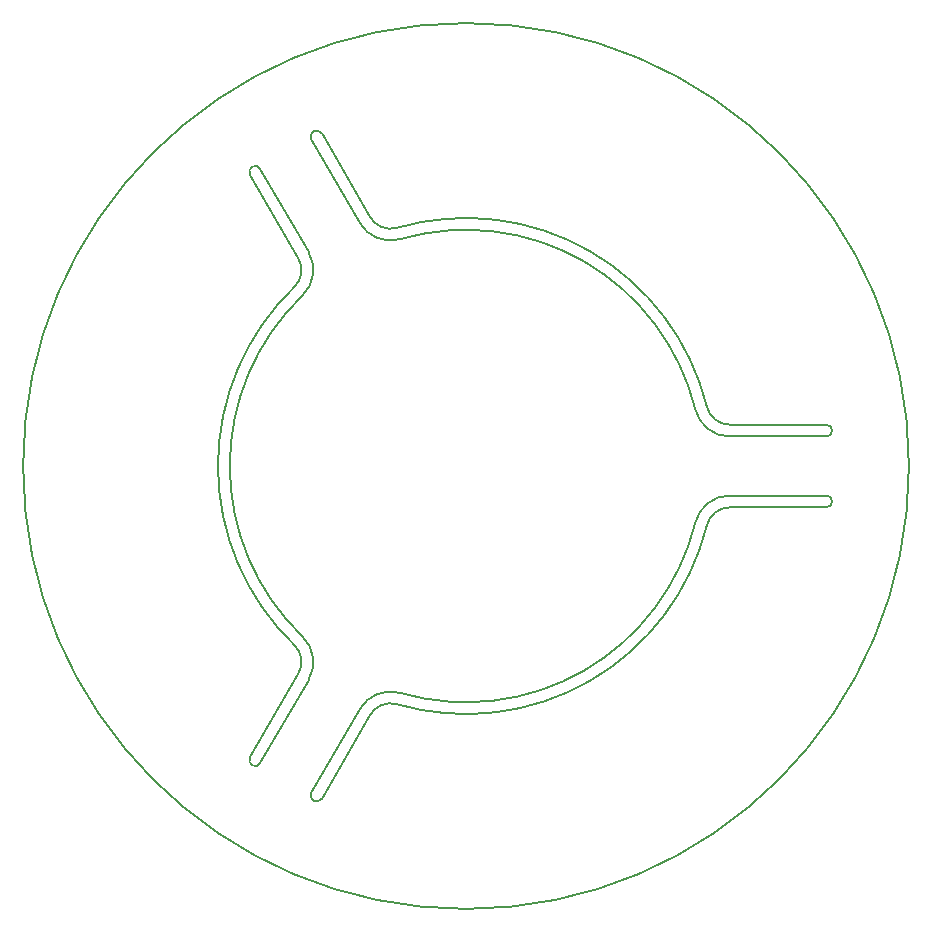
<source format=gm1>
G04 #@! TF.GenerationSoftware,KiCad,Pcbnew,8.0.1-rc1*
G04 #@! TF.CreationDate,2024-04-12T00:39:34-07:00*
G04 #@! TF.ProjectId,Toolhead Board,546f6f6c-6865-4616-9420-426f6172642e,1*
G04 #@! TF.SameCoordinates,Original*
G04 #@! TF.FileFunction,Profile,NP*
%FSLAX46Y46*%
G04 Gerber Fmt 4.6, Leading zero omitted, Abs format (unit mm)*
G04 Created by KiCad (PCBNEW 8.0.1-rc1) date 2024-04-12 00:39:34*
%MOMM*%
%LPD*%
G01*
G04 APERTURE LIST*
G04 #@! TA.AperFunction,Profile*
%ADD10C,0.150000*%
G04 #@! TD*
G04 APERTURE END LIST*
D10*
X66864733Y-96090696D02*
X62781089Y-103163775D01*
X95390737Y-80021739D02*
G75*
G02*
X69153585Y-95169765I-20390737J5021739D01*
G01*
X66864733Y-53909305D02*
X62781090Y-46836225D01*
X57584936Y-100163775D02*
X61668576Y-93090703D01*
X69153585Y-54830234D02*
G75*
G02*
X66864748Y-53909296I-556785J1920934D01*
G01*
X61915063Y-47336226D02*
G75*
G02*
X62781147Y-46836192I433037J250026D01*
G01*
X60455679Y-90148025D02*
G75*
G02*
X60455679Y-59851974I14544321J15148025D01*
G01*
X69431986Y-55790699D02*
G75*
G02*
X65998718Y-54409288I-835186J2881399D01*
G01*
X69431986Y-55790700D02*
G75*
G02*
X94419749Y-70217391I5568014J-19209300D01*
G01*
X60455677Y-90148028D02*
G75*
G02*
X60802559Y-92590697I-1385177J-1442672D01*
G01*
X97332712Y-71500000D02*
G75*
G02*
X95390726Y-69978265I-12J2000000D01*
G01*
X97332712Y-72500001D02*
G75*
G02*
X94419737Y-70217395I-12J3000001D01*
G01*
X112500000Y-75000000D02*
G75*
G02*
X37500000Y-75000000I-37500000J0D01*
G01*
X37500000Y-75000000D02*
G75*
G02*
X112500000Y-75000000I37500000J0D01*
G01*
X61148265Y-89426692D02*
G75*
G02*
X61148265Y-60573309I13851735J14426692D01*
G01*
X61915063Y-102663776D02*
X65998707Y-95590696D01*
X60802555Y-57409304D02*
X56718911Y-50336225D01*
X105500001Y-72500000D02*
X97332712Y-72500001D01*
X62781088Y-103163775D02*
G75*
G02*
X61915121Y-102663810I-432988J249975D01*
G01*
X97332712Y-71500000D02*
X105500000Y-71500000D01*
X57584936Y-49836224D02*
X61668581Y-56909303D01*
X105500000Y-71500000D02*
G75*
G02*
X105500001Y-72500000I0J-500000D01*
G01*
X61148265Y-89426692D02*
G75*
G02*
X61668580Y-93090705I-2077765J-2164008D01*
G01*
X97332711Y-78500000D02*
X105500000Y-78500000D01*
X105500000Y-77500000D02*
G75*
G02*
X105500000Y-78500000I0J-500000D01*
G01*
X69153585Y-54830235D02*
G75*
G02*
X95390737Y-69978262I5846415J-20169765D01*
G01*
X94419749Y-79782609D02*
G75*
G02*
X69431986Y-94209300I-19419749J4782609D01*
G01*
X66864733Y-96090696D02*
G75*
G02*
X69153589Y-95169750I1732067J-1000004D01*
G01*
X65998707Y-95590696D02*
G75*
G02*
X69431990Y-94209285I2598093J-1500004D01*
G01*
X95390737Y-80021739D02*
G75*
G02*
X97332711Y-78500012I1941963J-478261D01*
G01*
X94419750Y-79782609D02*
G75*
G02*
X97332720Y-77500012I2912950J-717391D01*
G01*
X57584935Y-100163775D02*
G75*
G02*
X56718898Y-99663767I-433035J249975D01*
G01*
X105500000Y-77500000D02*
X97332720Y-77500000D01*
X60802556Y-92590695D02*
X56718911Y-99663775D01*
X56718912Y-50336225D02*
G75*
G02*
X57584921Y-49836233I432988J250025D01*
G01*
X61915064Y-47336225D02*
X65998704Y-54409297D01*
X61668579Y-56909303D02*
G75*
G02*
X61148261Y-60573304I-2598079J-1499997D01*
G01*
X60802554Y-57409304D02*
G75*
G02*
X60455675Y-59851969I-1732054J-999996D01*
G01*
M02*

</source>
